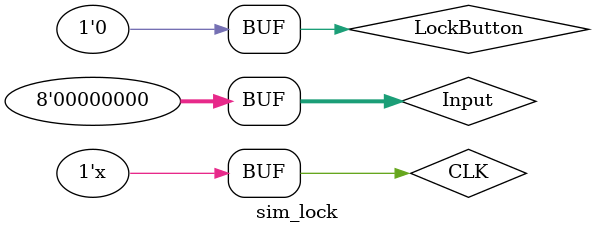
<source format=v>
`timescale 1ns / 1ps


module sim_lock(
    );
    reg [7:0]Input;
    wire [6:0]Figure1;
    wire [6:0]Figure2;
    wire [3:0]DN0;
    wire [3:0]DN1;
    reg CLK, ChangeButton, LockButton;
    wire Status1, Status2, Alarm_Out;
    Lock L(CLK, Input, ChangeButton, LockButton, Figure1, Figure2, DN0, DN1, Status1, Status2, Alarm_Out);
    initial
        begin
            Input = 0;
            CLK = 0;
        end
    always #1
        CLK = CLK + 1;
    always #200000000
    begin
        LockButton = 1;
        #200000000 LockButton = 0;
        #200000000 Input = 8'b100_000_00;
        #200000000 Input = 8'b000_000_00;
        #200000000 Input = 8'b000_000_00;
    end
endmodule

</source>
